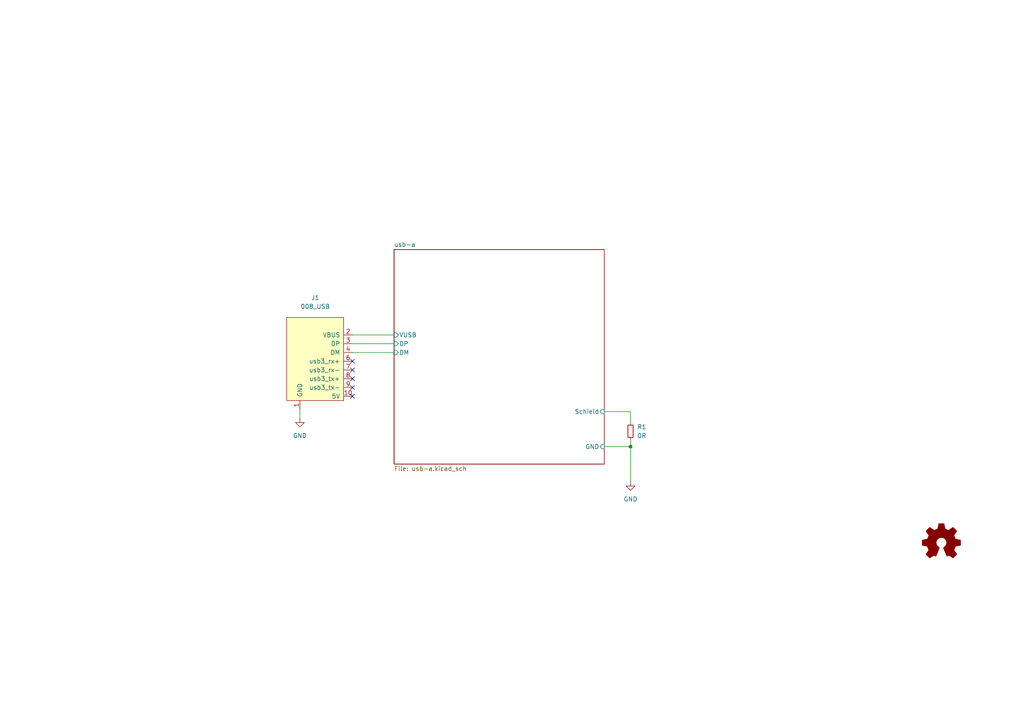
<source format=kicad_sch>
(kicad_sch (version 20211123) (generator eeschema)

  (uuid 57732dd3-1162-4c3f-88bd-31bf473d124d)

  (paper "A4")

  (lib_symbols
    (symbol "Device:R_Small" (pin_numbers hide) (pin_names (offset 0.254) hide) (in_bom yes) (on_board yes)
      (property "Reference" "R" (id 0) (at 0.762 0.508 0)
        (effects (font (size 1.27 1.27)) (justify left))
      )
      (property "Value" "R_Small" (id 1) (at 0.762 -1.016 0)
        (effects (font (size 1.27 1.27)) (justify left))
      )
      (property "Footprint" "" (id 2) (at 0 0 0)
        (effects (font (size 1.27 1.27)) hide)
      )
      (property "Datasheet" "~" (id 3) (at 0 0 0)
        (effects (font (size 1.27 1.27)) hide)
      )
      (property "ki_keywords" "R resistor" (id 4) (at 0 0 0)
        (effects (font (size 1.27 1.27)) hide)
      )
      (property "ki_description" "Resistor, small symbol" (id 5) (at 0 0 0)
        (effects (font (size 1.27 1.27)) hide)
      )
      (property "ki_fp_filters" "R_*" (id 6) (at 0 0 0)
        (effects (font (size 1.27 1.27)) hide)
      )
      (symbol "R_Small_0_1"
        (rectangle (start -0.762 1.778) (end 0.762 -1.778)
          (stroke (width 0.2032) (type default) (color 0 0 0 0))
          (fill (type none))
        )
      )
      (symbol "R_Small_1_1"
        (pin passive line (at 0 2.54 270) (length 0.762)
          (name "~" (effects (font (size 1.27 1.27))))
          (number "1" (effects (font (size 1.27 1.27))))
        )
        (pin passive line (at 0 -2.54 90) (length 0.762)
          (name "~" (effects (font (size 1.27 1.27))))
          (number "2" (effects (font (size 1.27 1.27))))
        )
      )
    )
    (symbol "Graphic:Logo_Open_Hardware_Small" (pin_names (offset 1.016)) (in_bom yes) (on_board yes)
      (property "Reference" "#LOGO" (id 0) (at 0 6.985 0)
        (effects (font (size 1.27 1.27)) hide)
      )
      (property "Value" "Logo_Open_Hardware_Small" (id 1) (at 0 -5.715 0)
        (effects (font (size 1.27 1.27)) hide)
      )
      (property "Footprint" "" (id 2) (at 0 0 0)
        (effects (font (size 1.27 1.27)) hide)
      )
      (property "Datasheet" "~" (id 3) (at 0 0 0)
        (effects (font (size 1.27 1.27)) hide)
      )
      (property "ki_keywords" "Logo" (id 4) (at 0 0 0)
        (effects (font (size 1.27 1.27)) hide)
      )
      (property "ki_description" "Open Hardware logo, small" (id 5) (at 0 0 0)
        (effects (font (size 1.27 1.27)) hide)
      )
      (symbol "Logo_Open_Hardware_Small_0_1"
        (polyline
          (pts
            (xy 3.3528 -4.3434)
            (xy 3.302 -4.318)
            (xy 3.175 -4.2418)
            (xy 2.9972 -4.1148)
            (xy 2.7686 -3.9624)
            (xy 2.54 -3.81)
            (xy 2.3622 -3.7084)
            (xy 2.2352 -3.6068)
            (xy 2.1844 -3.5814)
            (xy 2.159 -3.6068)
            (xy 2.0574 -3.6576)
            (xy 1.905 -3.7338)
            (xy 1.8034 -3.7846)
            (xy 1.6764 -3.8354)
            (xy 1.6002 -3.8354)
            (xy 1.6002 -3.8354)
            (xy 1.5494 -3.7338)
            (xy 1.4732 -3.5306)
            (xy 1.3462 -3.302)
            (xy 1.2446 -3.0226)
            (xy 1.1176 -2.7178)
            (xy 0.9652 -2.413)
            (xy 0.8636 -2.1082)
            (xy 0.7366 -1.8288)
            (xy 0.6604 -1.6256)
            (xy 0.6096 -1.4732)
            (xy 0.5842 -1.397)
            (xy 0.5842 -1.397)
            (xy 0.6604 -1.3208)
            (xy 0.7874 -1.2446)
            (xy 1.0414 -1.016)
            (xy 1.2954 -0.6858)
            (xy 1.4478 -0.3302)
            (xy 1.524 0.0762)
            (xy 1.4732 0.4572)
            (xy 1.3208 0.8128)
            (xy 1.0668 1.143)
            (xy 0.762 1.3716)
            (xy 0.4064 1.524)
            (xy 0 1.5748)
            (xy -0.381 1.5494)
            (xy -0.7366 1.397)
            (xy -1.0668 1.143)
            (xy -1.2192 0.9906)
            (xy -1.397 0.6604)
            (xy -1.524 0.3048)
            (xy -1.524 0.2286)
            (xy -1.4986 -0.1778)
            (xy -1.397 -0.5334)
            (xy -1.1938 -0.8636)
            (xy -0.9144 -1.143)
            (xy -0.8636 -1.1684)
            (xy -0.7366 -1.27)
            (xy -0.635 -1.3462)
            (xy -0.5842 -1.397)
            (xy -1.0668 -2.5908)
            (xy -1.143 -2.794)
            (xy -1.2954 -3.1242)
            (xy -1.397 -3.4036)
            (xy -1.4986 -3.6322)
            (xy -1.5748 -3.7846)
            (xy -1.6002 -3.8354)
            (xy -1.6002 -3.8354)
            (xy -1.651 -3.8354)
            (xy -1.7272 -3.81)
            (xy -1.905 -3.7338)
            (xy -2.0066 -3.683)
            (xy -2.1336 -3.6068)
            (xy -2.2098 -3.5814)
            (xy -2.2606 -3.6068)
            (xy -2.3622 -3.683)
            (xy -2.54 -3.81)
            (xy -2.7686 -3.9624)
            (xy -2.9718 -4.0894)
            (xy -3.1496 -4.2164)
            (xy -3.302 -4.318)
            (xy -3.3528 -4.3434)
            (xy -3.3782 -4.3434)
            (xy -3.429 -4.318)
            (xy -3.5306 -4.2164)
            (xy -3.7084 -4.064)
            (xy -3.937 -3.8354)
            (xy -3.9624 -3.81)
            (xy -4.1656 -3.6068)
            (xy -4.318 -3.4544)
            (xy -4.4196 -3.3274)
            (xy -4.445 -3.2766)
            (xy -4.445 -3.2766)
            (xy -4.4196 -3.2258)
            (xy -4.318 -3.0734)
            (xy -4.2164 -2.8956)
            (xy -4.064 -2.667)
            (xy -3.6576 -2.0828)
            (xy -3.8862 -1.5494)
            (xy -3.937 -1.3716)
            (xy -4.0386 -1.1684)
            (xy -4.0894 -1.0414)
            (xy -4.1148 -0.9652)
            (xy -4.191 -0.9398)
            (xy -4.318 -0.9144)
            (xy -4.5466 -0.8636)
            (xy -4.8006 -0.8128)
            (xy -5.0546 -0.7874)
            (xy -5.2578 -0.7366)
            (xy -5.4356 -0.7112)
            (xy -5.5118 -0.6858)
            (xy -5.5118 -0.6858)
            (xy -5.5372 -0.635)
            (xy -5.5372 -0.5588)
            (xy -5.5372 -0.4318)
            (xy -5.5626 -0.2286)
            (xy -5.5626 0.0762)
            (xy -5.5626 0.127)
            (xy -5.5372 0.4064)
            (xy -5.5372 0.635)
            (xy -5.5372 0.762)
            (xy -5.5372 0.8382)
            (xy -5.5372 0.8382)
            (xy -5.461 0.8382)
            (xy -5.3086 0.889)
            (xy -5.08 0.9144)
            (xy -4.826 0.9652)
            (xy -4.8006 0.9906)
            (xy -4.5466 1.0414)
            (xy -4.318 1.0668)
            (xy -4.1656 1.1176)
            (xy -4.0894 1.143)
            (xy -4.0894 1.143)
            (xy -4.0386 1.2446)
            (xy -3.9624 1.4224)
            (xy -3.8608 1.6256)
            (xy -3.7846 1.8288)
            (xy -3.7084 2.0066)
            (xy -3.6576 2.159)
            (xy -3.6322 2.2098)
            (xy -3.6322 2.2098)
            (xy -3.683 2.286)
            (xy -3.7592 2.413)
            (xy -3.8862 2.5908)
            (xy -4.064 2.8194)
            (xy -4.064 2.8448)
            (xy -4.2164 3.0734)
            (xy -4.3434 3.2512)
            (xy -4.4196 3.3782)
            (xy -4.445 3.4544)
            (xy -4.445 3.4544)
            (xy -4.3942 3.5052)
            (xy -4.2926 3.6322)
            (xy -4.1148 3.81)
            (xy -3.937 4.0132)
            (xy -3.8608 4.064)
            (xy -3.6576 4.2926)
            (xy -3.5052 4.4196)
            (xy -3.4036 4.4958)
            (xy -3.3528 4.5212)
            (xy -3.3528 4.5212)
            (xy -3.302 4.4704)
            (xy -3.1496 4.3688)
            (xy -2.9718 4.2418)
            (xy -2.7432 4.0894)
            (xy -2.7178 4.0894)
            (xy -2.4892 3.937)
            (xy -2.3114 3.81)
            (xy -2.1844 3.7084)
            (xy -2.1336 3.683)
            (xy -2.1082 3.683)
            (xy -2.032 3.7084)
            (xy -1.8542 3.7592)
            (xy -1.6764 3.8354)
            (xy -1.4732 3.937)
            (xy -1.27 4.0132)
            (xy -1.143 4.064)
            (xy -1.0668 4.1148)
            (xy -1.0668 4.1148)
            (xy -1.0414 4.191)
            (xy -1.016 4.3434)
            (xy -0.9652 4.572)
            (xy -0.9144 4.8514)
            (xy -0.889 4.9022)
            (xy -0.8382 5.1562)
            (xy -0.8128 5.3848)
            (xy -0.7874 5.5372)
            (xy -0.762 5.588)
            (xy -0.7112 5.6134)
            (xy -0.5842 5.6134)
            (xy -0.4064 5.6134)
            (xy -0.1524 5.6134)
            (xy 0.0762 5.6134)
            (xy 0.3302 5.6134)
            (xy 0.5334 5.6134)
            (xy 0.6858 5.588)
            (xy 0.7366 5.588)
            (xy 0.7366 5.588)
            (xy 0.762 5.5118)
            (xy 0.8128 5.334)
            (xy 0.8382 5.1054)
            (xy 0.9144 4.826)
            (xy 0.9144 4.7752)
            (xy 0.9652 4.5212)
            (xy 1.016 4.2926)
            (xy 1.0414 4.1402)
            (xy 1.0668 4.0894)
            (xy 1.0668 4.0894)
            (xy 1.1938 4.0386)
            (xy 1.3716 3.9624)
            (xy 1.5748 3.8608)
            (xy 2.0828 3.6576)
            (xy 2.7178 4.0894)
            (xy 2.7686 4.1402)
            (xy 2.9972 4.2926)
            (xy 3.175 4.4196)
            (xy 3.302 4.4958)
            (xy 3.3782 4.5212)
            (xy 3.3782 4.5212)
            (xy 3.429 4.4704)
            (xy 3.556 4.3434)
            (xy 3.7338 4.191)
            (xy 3.9116 3.9878)
            (xy 4.064 3.8354)
            (xy 4.2418 3.6576)
            (xy 4.3434 3.556)
            (xy 4.4196 3.4798)
            (xy 4.4196 3.429)
            (xy 4.4196 3.4036)
            (xy 4.3942 3.3274)
            (xy 4.2926 3.2004)
            (xy 4.1656 2.9972)
            (xy 4.0132 2.794)
            (xy 3.8862 2.5908)
            (xy 3.7592 2.3876)
            (xy 3.6576 2.2352)
            (xy 3.6322 2.159)
            (xy 3.6322 2.1336)
            (xy 3.683 2.0066)
            (xy 3.7592 1.8288)
            (xy 3.8608 1.6002)
            (xy 4.064 1.1176)
            (xy 4.3942 1.0414)
            (xy 4.5974 1.016)
            (xy 4.8768 0.9652)
            (xy 5.1308 0.9144)
            (xy 5.5372 0.8382)
            (xy 5.5626 -0.6604)
            (xy 5.4864 -0.6858)
            (xy 5.4356 -0.6858)
            (xy 5.2832 -0.7366)
            (xy 5.0546 -0.762)
            (xy 4.8006 -0.8128)
            (xy 4.5974 -0.8636)
            (xy 4.3688 -0.9144)
            (xy 4.2164 -0.9398)
            (xy 4.1402 -0.9398)
            (xy 4.1148 -0.9652)
            (xy 4.064 -1.0668)
            (xy 3.9878 -1.2446)
            (xy 3.9116 -1.4478)
            (xy 3.81 -1.651)
            (xy 3.7338 -1.8542)
            (xy 3.683 -2.0066)
            (xy 3.6576 -2.0828)
            (xy 3.683 -2.1336)
            (xy 3.7846 -2.2606)
            (xy 3.8862 -2.4638)
            (xy 4.0386 -2.667)
            (xy 4.191 -2.8956)
            (xy 4.318 -3.0734)
            (xy 4.3942 -3.2004)
            (xy 4.445 -3.2766)
            (xy 4.4196 -3.3274)
            (xy 4.3434 -3.429)
            (xy 4.1656 -3.5814)
            (xy 3.937 -3.8354)
            (xy 3.8862 -3.8608)
            (xy 3.683 -4.064)
            (xy 3.5306 -4.2164)
            (xy 3.4036 -4.318)
            (xy 3.3528 -4.3434)
          )
          (stroke (width 0) (type default) (color 0 0 0 0))
          (fill (type outline))
        )
      )
    )
    (symbol "power:GND" (power) (pin_names (offset 0)) (in_bom yes) (on_board yes)
      (property "Reference" "#PWR" (id 0) (at 0 -6.35 0)
        (effects (font (size 1.27 1.27)) hide)
      )
      (property "Value" "GND" (id 1) (at 0 -3.81 0)
        (effects (font (size 1.27 1.27)))
      )
      (property "Footprint" "" (id 2) (at 0 0 0)
        (effects (font (size 1.27 1.27)) hide)
      )
      (property "Datasheet" "" (id 3) (at 0 0 0)
        (effects (font (size 1.27 1.27)) hide)
      )
      (property "ki_keywords" "power-flag" (id 4) (at 0 0 0)
        (effects (font (size 1.27 1.27)) hide)
      )
      (property "ki_description" "Power symbol creates a global label with name \"GND\" , ground" (id 5) (at 0 0 0)
        (effects (font (size 1.27 1.27)) hide)
      )
      (symbol "GND_0_1"
        (polyline
          (pts
            (xy 0 0)
            (xy 0 -1.27)
            (xy 1.27 -1.27)
            (xy 0 -2.54)
            (xy -1.27 -1.27)
            (xy 0 -1.27)
          )
          (stroke (width 0) (type default) (color 0 0 0 0))
          (fill (type none))
        )
      )
      (symbol "GND_1_1"
        (pin power_in line (at 0 0 270) (length 0) hide
          (name "GND" (effects (font (size 1.27 1.27))))
          (number "1" (effects (font (size 1.27 1.27))))
        )
      )
    )
    (symbol "put_on_edge:008_USB" (pin_names (offset 1.016)) (in_bom yes) (on_board yes)
      (property "Reference" "J" (id 0) (at -2.54 13.97 0)
        (effects (font (size 1.27 1.27)))
      )
      (property "Value" "008_USB" (id 1) (at 8.89 13.97 0)
        (effects (font (size 1.27 1.27)))
      )
      (property "Footprint" "" (id 2) (at 7.62 16.51 0)
        (effects (font (size 1.27 1.27)) hide)
      )
      (property "Datasheet" "" (id 3) (at 7.62 16.51 0)
        (effects (font (size 1.27 1.27)) hide)
      )
      (symbol "008_USB_0_1"
        (rectangle (start -8.89 12.7) (end 7.62 -11.43)
          (stroke (width 0) (type default) (color 0 0 0 0))
          (fill (type background))
        )
      )
      (symbol "008_USB_1_1"
        (pin power_in line (at 3.81 -13.97 90) (length 2.54)
          (name "GND" (effects (font (size 1.27 1.27))))
          (number "1" (effects (font (size 1.27 1.27))))
        )
        (pin power_in line (at -11.43 -10.16 0) (length 2.54)
          (name "5V" (effects (font (size 1.27 1.27))))
          (number "10" (effects (font (size 1.27 1.27))))
        )
        (pin power_in line (at -11.43 7.62 0) (length 2.54)
          (name "VBUS" (effects (font (size 1.27 1.27))))
          (number "2" (effects (font (size 1.27 1.27))))
        )
        (pin bidirectional line (at -11.43 5.08 0) (length 2.54)
          (name "DP" (effects (font (size 1.27 1.27))))
          (number "3" (effects (font (size 1.27 1.27))))
        )
        (pin bidirectional line (at -11.43 2.54 0) (length 2.54)
          (name "DM" (effects (font (size 1.27 1.27))))
          (number "4" (effects (font (size 1.27 1.27))))
        )
        (pin input line (at -11.43 0 0) (length 2.54)
          (name "usb3_rx+" (effects (font (size 1.27 1.27))))
          (number "6" (effects (font (size 1.27 1.27))))
        )
        (pin input line (at -11.43 -2.54 0) (length 2.54)
          (name "usb3_rx-" (effects (font (size 1.27 1.27))))
          (number "7" (effects (font (size 1.27 1.27))))
        )
        (pin input line (at -11.43 -5.08 0) (length 2.54)
          (name "usb3_tx+" (effects (font (size 1.27 1.27))))
          (number "8" (effects (font (size 1.27 1.27))))
        )
        (pin input line (at -11.43 -7.62 0) (length 2.54)
          (name "usb3_tx-" (effects (font (size 1.27 1.27))))
          (number "9" (effects (font (size 1.27 1.27))))
        )
      )
    )
  )

  (junction (at 182.88 129.54) (diameter 0) (color 0 0 0 0)
    (uuid 87f48698-4dac-457b-827e-33f6a3f1734e)
  )

  (no_connect (at 102.235 114.935) (uuid f9d10c49-6181-49cf-ba14-ea5fe5040419))
  (no_connect (at 102.235 104.775) (uuid f9d10c49-6181-49cf-ba14-ea5fe5040419))
  (no_connect (at 102.235 107.315) (uuid f9d10c49-6181-49cf-ba14-ea5fe5040419))
  (no_connect (at 102.235 109.855) (uuid f9d10c49-6181-49cf-ba14-ea5fe5040419))
  (no_connect (at 102.235 112.395) (uuid f9d10c49-6181-49cf-ba14-ea5fe5040419))

  (wire (pts (xy 102.235 99.695) (xy 114.3 99.695))
    (stroke (width 0) (type default) (color 0 0 0 0))
    (uuid 05056681-b158-43a3-a836-b2ffc72ed249)
  )
  (wire (pts (xy 86.995 118.745) (xy 86.995 121.285))
    (stroke (width 0) (type default) (color 0 0 0 0))
    (uuid 1c83f1da-0b64-42c1-b9d2-34e8ad46c54d)
  )
  (wire (pts (xy 182.88 129.54) (xy 182.88 139.7))
    (stroke (width 0) (type default) (color 0 0 0 0))
    (uuid 47b69351-f936-482c-baa1-226b07e2501c)
  )
  (wire (pts (xy 182.88 119.38) (xy 182.88 122.555))
    (stroke (width 0) (type default) (color 0 0 0 0))
    (uuid 57cac21e-526b-4ef7-9b56-a2edf7e86bce)
  )
  (wire (pts (xy 182.88 127.635) (xy 182.88 129.54))
    (stroke (width 0) (type default) (color 0 0 0 0))
    (uuid 5a1fc14d-1d6f-444c-82b2-77ce3f0eeb3f)
  )
  (wire (pts (xy 102.235 97.155) (xy 114.3 97.155))
    (stroke (width 0) (type default) (color 0 0 0 0))
    (uuid 70135a24-85bb-4f66-beb0-a1e7202fe864)
  )
  (wire (pts (xy 175.26 119.38) (xy 182.88 119.38))
    (stroke (width 0) (type default) (color 0 0 0 0))
    (uuid 8167a022-88f3-4a3e-8037-353074c77fa7)
  )
  (wire (pts (xy 102.235 102.235) (xy 114.3 102.235))
    (stroke (width 0) (type default) (color 0 0 0 0))
    (uuid 8fb000aa-2666-49a6-8ccf-68c873f46c82)
  )
  (wire (pts (xy 175.26 129.54) (xy 182.88 129.54))
    (stroke (width 0) (type default) (color 0 0 0 0))
    (uuid b5f50e6e-6728-4454-96f5-44e0bc388ce5)
  )

  (symbol (lib_id "power:GND") (at 86.995 121.285 0) (unit 1)
    (in_bom yes) (on_board yes) (fields_autoplaced)
    (uuid 23331b25-b157-41a2-9ceb-89db807c329c)
    (property "Reference" "#PWR0101" (id 0) (at 86.995 127.635 0)
      (effects (font (size 1.27 1.27)) hide)
    )
    (property "Value" "GND" (id 1) (at 86.995 126.365 0))
    (property "Footprint" "" (id 2) (at 86.995 121.285 0)
      (effects (font (size 1.27 1.27)) hide)
    )
    (property "Datasheet" "" (id 3) (at 86.995 121.285 0)
      (effects (font (size 1.27 1.27)) hide)
    )
    (pin "1" (uuid 41c7c8d2-7430-4fb5-bddc-23eefbaa0a1c))
  )

  (symbol (lib_id "put_on_edge:008_USB") (at 90.805 104.775 0) (mirror y) (unit 1)
    (in_bom yes) (on_board yes) (fields_autoplaced)
    (uuid 67648c96-6367-4282-b07c-cc57283030d3)
    (property "Reference" "J1" (id 0) (at 91.44 86.36 0))
    (property "Value" "008_USB" (id 1) (at 91.44 88.9 0))
    (property "Footprint" "on_edge:on_edge_2x05_device" (id 2) (at 83.185 88.265 0)
      (effects (font (size 1.27 1.27)) hide)
    )
    (property "Datasheet" "" (id 3) (at 83.185 88.265 0)
      (effects (font (size 1.27 1.27)) hide)
    )
    (pin "1" (uuid 42087312-8045-4193-9a89-2870bbabf346))
    (pin "10" (uuid 93b26bb2-0feb-4379-a900-949c2972468c))
    (pin "2" (uuid 436ebd3d-7c98-4b79-a37d-05358201e092))
    (pin "3" (uuid 44a2dabe-1ff4-479f-80ce-b94d378c8e7f))
    (pin "4" (uuid 1b4092c9-1fcf-431b-8071-79cc6b74f842))
    (pin "6" (uuid 378ce0c6-01b9-4413-9ccb-22704ae8df20))
    (pin "7" (uuid 7c683189-3ac9-4482-ad4e-ff84a8d2b79c))
    (pin "8" (uuid 55746713-9540-4bc7-ae8a-9774b782ab79))
    (pin "9" (uuid f8ce1c45-c66b-4a27-9bd7-96a43d326824))
  )

  (symbol (lib_id "power:GND") (at 182.88 139.7 0) (unit 1)
    (in_bom yes) (on_board yes) (fields_autoplaced)
    (uuid 971afa99-5d33-4a72-a8e1-edd3c45138ed)
    (property "Reference" "#PWR0102" (id 0) (at 182.88 146.05 0)
      (effects (font (size 1.27 1.27)) hide)
    )
    (property "Value" "GND" (id 1) (at 182.88 144.78 0))
    (property "Footprint" "" (id 2) (at 182.88 139.7 0)
      (effects (font (size 1.27 1.27)) hide)
    )
    (property "Datasheet" "" (id 3) (at 182.88 139.7 0)
      (effects (font (size 1.27 1.27)) hide)
    )
    (pin "1" (uuid 0e12e353-ffd6-4e27-8957-653e209f57b0))
  )

  (symbol (lib_id "Graphic:Logo_Open_Hardware_Small") (at 273.05 157.48 0) (unit 1)
    (in_bom yes) (on_board yes) (fields_autoplaced)
    (uuid b72b6f4a-7489-40f2-bb90-d75ae01aa368)
    (property "Reference" "LOGO1" (id 0) (at 273.05 150.495 0)
      (effects (font (size 1.27 1.27)) hide)
    )
    (property "Value" "Logo_Open_Hardware_Small" (id 1) (at 273.05 163.195 0)
      (effects (font (size 1.27 1.27)) hide)
    )
    (property "Footprint" "Symbol:OSHW-Symbol_6.7x6mm_SilkScreen" (id 2) (at 273.05 157.48 0)
      (effects (font (size 1.27 1.27)) hide)
    )
    (property "Datasheet" "~" (id 3) (at 273.05 157.48 0)
      (effects (font (size 1.27 1.27)) hide)
    )
  )

  (symbol (lib_id "Device:R_Small") (at 182.88 125.095 0) (unit 1)
    (in_bom yes) (on_board yes) (fields_autoplaced)
    (uuid d754155e-877a-4370-a4d9-e13f38c0182c)
    (property "Reference" "R1" (id 0) (at 184.785 123.8249 0)
      (effects (font (size 1.27 1.27)) (justify left))
    )
    (property "Value" "0R" (id 1) (at 184.785 126.3649 0)
      (effects (font (size 1.27 1.27)) (justify left))
    )
    (property "Footprint" "Resistor_SMD:R_0603_1608Metric" (id 2) (at 182.88 125.095 0)
      (effects (font (size 1.27 1.27)) hide)
    )
    (property "Datasheet" "~" (id 3) (at 182.88 125.095 0)
      (effects (font (size 1.27 1.27)) hide)
    )
    (pin "1" (uuid aff870b1-fba5-451b-9b3e-56e364eccf6f))
    (pin "2" (uuid 8c26ac9c-9cdb-40e1-af96-0f70e96c11a7))
  )

  (sheet (at 114.3 72.39) (size 60.96 62.23) (fields_autoplaced)
    (stroke (width 0.1524) (type solid) (color 0 0 0 0))
    (fill (color 0 0 0 0.0000))
    (uuid 767ce4c6-0e55-4543-92f0-34cb8237a544)
    (property "Sheet name" "usb-a" (id 0) (at 114.3 71.6784 0)
      (effects (font (size 1.27 1.27)) (justify left bottom))
    )
    (property "Sheet file" "usb-a.kicad_sch" (id 1) (at 114.3 135.2046 0)
      (effects (font (size 1.27 1.27)) (justify left top))
    )
    (pin "GND" input (at 175.26 129.54 0)
      (effects (font (size 1.27 1.27)) (justify right))
      (uuid 466cf29f-04d2-4303-aa26-8ec28548d2f2)
    )
    (pin "VUSB" input (at 114.3 97.155 180)
      (effects (font (size 1.27 1.27)) (justify left))
      (uuid aae883c5-963d-49c3-9021-d72654bbb8e0)
    )
    (pin "DP" input (at 114.3 99.695 180)
      (effects (font (size 1.27 1.27)) (justify left))
      (uuid 96ddcb35-2204-4423-9a13-e40d5237f945)
    )
    (pin "DM" input (at 114.3 102.235 180)
      (effects (font (size 1.27 1.27)) (justify left))
      (uuid 3eef72b3-32da-44ea-8bef-42167749317c)
    )
    (pin "Schield" input (at 175.26 119.38 0)
      (effects (font (size 1.27 1.27)) (justify right))
      (uuid 1fdaab28-b223-4034-9d25-1de8e77d0c58)
    )
  )

  (sheet_instances
    (path "/" (page "1"))
    (path "/767ce4c6-0e55-4543-92f0-34cb8237a544" (page "2"))
  )

  (symbol_instances
    (path "/23331b25-b157-41a2-9ceb-89db807c329c"
      (reference "#PWR0101") (unit 1) (value "GND") (footprint "")
    )
    (path "/971afa99-5d33-4a72-a8e1-edd3c45138ed"
      (reference "#PWR0102") (unit 1) (value "GND") (footprint "")
    )
    (path "/67648c96-6367-4282-b07c-cc57283030d3"
      (reference "J1") (unit 1) (value "008_USB") (footprint "on_edge:on_edge_2x05_device")
    )
    (path "/767ce4c6-0e55-4543-92f0-34cb8237a544/280abc26-1f3a-483c-9d65-6aa192d0a6f3"
      (reference "J2") (unit 1) (value "USB_A") (footprint "Connector_USB:USB_A_CONNFLY_DS1095-WNR0")
    )
    (path "/b72b6f4a-7489-40f2-bb90-d75ae01aa368"
      (reference "LOGO1") (unit 1) (value "Logo_Open_Hardware_Small") (footprint "Symbol:OSHW-Symbol_6.7x6mm_SilkScreen")
    )
    (path "/d754155e-877a-4370-a4d9-e13f38c0182c"
      (reference "R1") (unit 1) (value "0R") (footprint "Resistor_SMD:R_0603_1608Metric")
    )
  )
)

</source>
